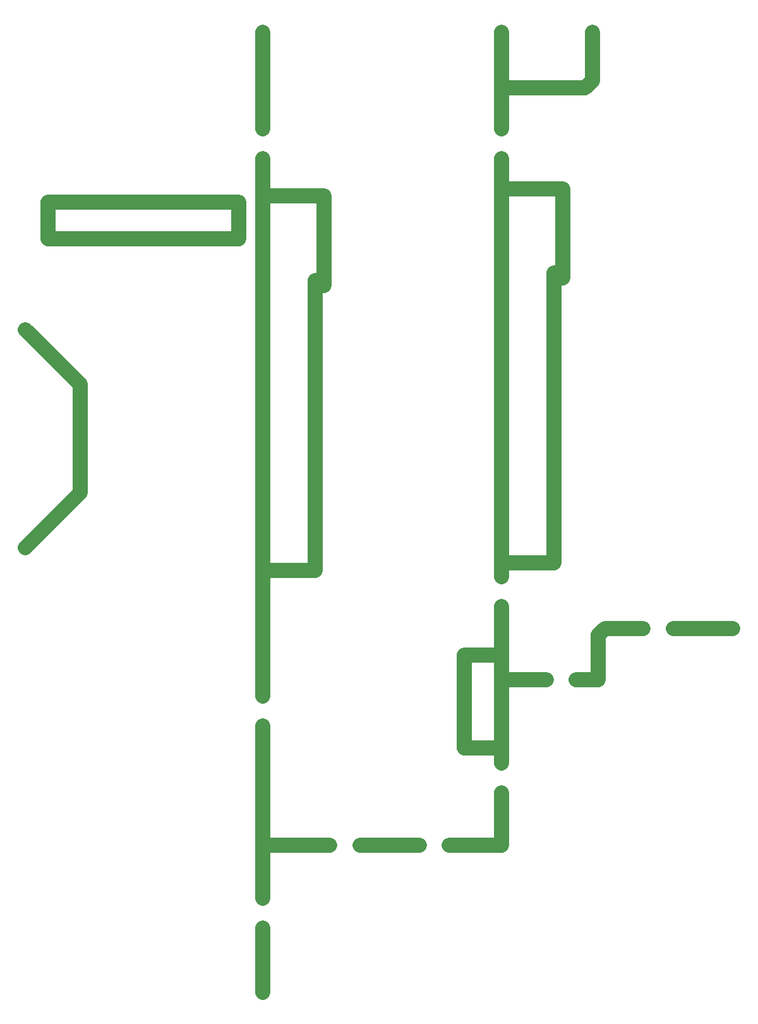
<source format=gbr>
G04 #@! TF.FileFunction,Other,ECO1*
%FSLAX46Y46*%
G04 Gerber Fmt 4.6, Leading zero omitted, Abs format (unit mm)*
G04 Created by KiCad (PCBNEW 4.0.6) date 2018 February 20, Tuesday 14:46:14*
%MOMM*%
%LPD*%
G01*
G04 APERTURE LIST*
%ADD10C,0.100000*%
%ADD11C,2.000000*%
G04 APERTURE END LIST*
D10*
D11*
X-1000000Y-120100000D02*
X-1000000Y-128700000D01*
X26000000Y-83500000D02*
X26000000Y-96000000D01*
X26000000Y-83500000D02*
X31000000Y-83500000D01*
X31000000Y-96000000D02*
X26000000Y-96000000D01*
X43200000Y-6600000D02*
X42200000Y-7500000D01*
X43200000Y0D02*
X43200000Y-6600000D01*
X31000000Y-7500000D02*
X42200000Y-7500000D01*
X31000000Y0D02*
X31000000Y-13000000D01*
X31000000Y-22200000D02*
X31000000Y-17000000D01*
X31000000Y-21000000D02*
X39000000Y-21000000D01*
X39200000Y-33000000D02*
X39200000Y-21000000D01*
X38000000Y-32300000D02*
X38000000Y-71200000D01*
X31700000Y-71200000D02*
X38000000Y-71200000D01*
X62000000Y-80000000D02*
X54000000Y-80000000D01*
X44900000Y-80000000D02*
X50000000Y-80000000D01*
X44900000Y-80000000D02*
X44000000Y-80800000D01*
X44000000Y-80800000D02*
X44000000Y-86800000D01*
X41000000Y-86800000D02*
X44000000Y-86800000D01*
X37000000Y-86800000D02*
X31500000Y-86800000D01*
X31000000Y-95500000D02*
X31000000Y-77000000D01*
X31000000Y-22200000D02*
X31000000Y-73000000D01*
X31000000Y-95000000D02*
X31000000Y-98000000D01*
X31000000Y-109000000D02*
X31000000Y-102000000D01*
X31000000Y-109000000D02*
X24000000Y-109000000D01*
X12000000Y-109000000D02*
X20000000Y-109000000D01*
X8000000Y-109000000D02*
X-600000Y-109000000D01*
X-1000000Y-93000000D02*
X-1000000Y-116100000D01*
X-1000000Y-89000000D02*
X-1000000Y-17000000D01*
X-300000Y-72200000D02*
X6000000Y-72200000D01*
X6000000Y-33300000D02*
X6000000Y-72200000D01*
X-1000000Y0D02*
X-1000000Y-13000000D01*
X-1000000Y-22000000D02*
X7000000Y-22000000D01*
X7200000Y-34000000D02*
X7200000Y-22000000D01*
X-4200000Y-27700000D02*
X-4200000Y-22800000D01*
X-29800000Y-27700000D02*
X-29800000Y-22800000D01*
X-29800000Y-27700000D02*
X-4200000Y-27700000D01*
X-29800000Y-22800000D02*
X-4200000Y-22800000D01*
X-32800000Y-69100000D02*
X-25500000Y-61800000D01*
X-25500000Y-47200000D02*
X-25500000Y-61800000D01*
X-25500000Y-47200000D02*
X-32800000Y-39900000D01*
M02*

</source>
